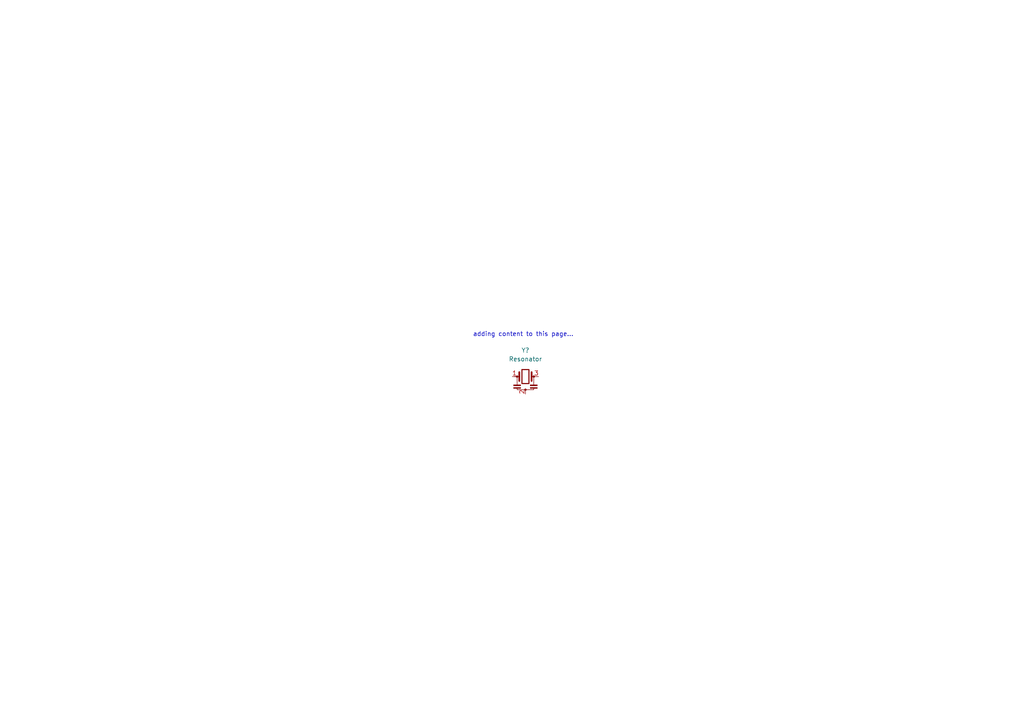
<source format=kicad_sch>
(kicad_sch (version 20211123) (generator eeschema)
  (paper "A4")
  (lib_symbols
    (symbol "Device:Resonator" (pin_names (offset 1.016) hide)
      (property "Reference" "Y" (at 0 5.715 0))
      (property "Value" "Resonator" (at 0 3.81 0))
      (symbol "Resonator_0_1"
        (rectangle (start -3.429 -3.175) (end -1.397 -3.429) (fill (type outline)))
        (rectangle (start -3.429 -2.413) (end -1.397 -2.667) (fill (type outline)))
        (circle (center -2.413 0) (radius 0.254) (fill (type outline)))
        (rectangle (start -1.016 2.032) (end 1.016 -2.032) (stroke (width 0.3048)))
        (circle (center 0 -3.81) (radius 0.254) (fill (type outline)))
        (polyline (pts (xy -2.413 -2.413) (xy -2.413 0)))
        (polyline (pts (xy -1.905 0) (xy -3.175 0)))
        (polyline (pts (xy -1.778 -1.27) (xy -1.778 1.27)) (stroke (width 0.508)))
        (polyline (pts (xy 1.778 -1.27) (xy 1.778 1.27)) (stroke (width 0.508)))
        (polyline (pts (xy 1.905 0) (xy 2.54 0)))
        (polyline (pts (xy 2.413 0) (xy 2.413 -2.54)))
        (polyline (pts (xy 2.413 -3.302) (xy 2.413 -3.81) (xy -2.413 -3.81) (xy -2.413 -3.302)))
        (rectangle (start 1.397 -3.175) (end 3.429 -3.429) (fill (type outline)))
        (rectangle (start 1.397 -2.413) (end 3.429 -2.667) (fill (type outline)))
        (circle (center 2.413 0) (radius 0.254) (fill (type outline)))
      )
      (symbol "Resonator_1_1"
        (pin passive line (at -3.81 0 0) (length 1.27) (name "1") (number "1"))
        (pin passive line (at 0 -5.08 90) (length 1.27) (name "2") (number "2"))
        (pin passive line (at 3.81 0 180) (length 1.27) (name "3") (number "3"))
      )
    )
  )
  (text "adding content to this page..." (at 137.16 97.79 0) (effects (font (size 1.27 1.27)) (justify left bottom)))
  (symbol (lib_id "Device:Resonator") (at 152.4 109.22 0) (unit 1)
    (property "Reference" "Y?" (at 152.4 101.6 0))
    (property "Value" "Resonator" (at 152.4 104.14 0))
  )
)
</source>
